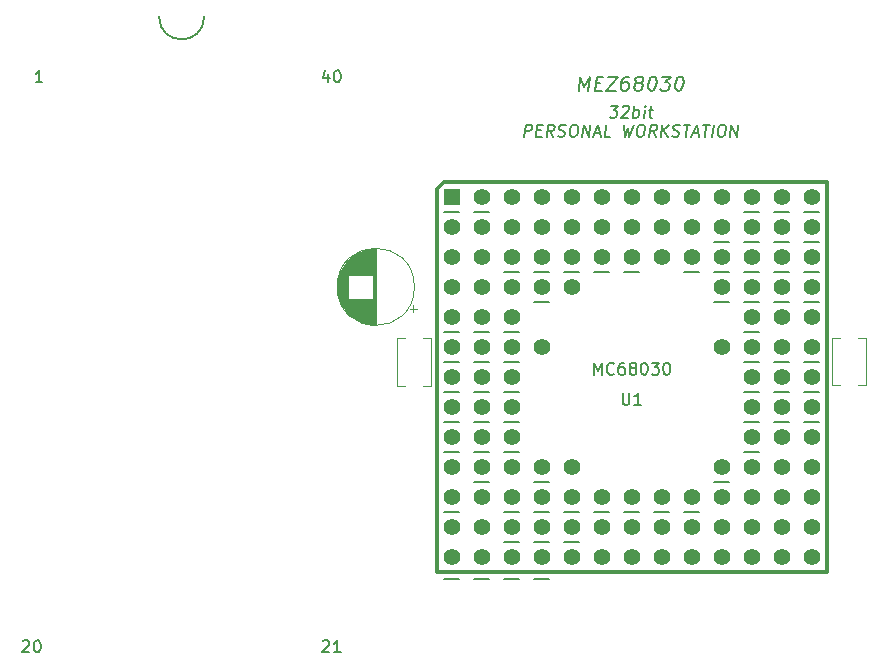
<source format=gto>
G04 #@! TF.GenerationSoftware,KiCad,Pcbnew,(6.0.10-0)*
G04 #@! TF.CreationDate,2022-12-27T17:00:43+09:00*
G04 #@! TF.ProjectId,MEZ68030,4d455a36-3830-4333-902e-6b696361645f,A*
G04 #@! TF.SameCoordinates,PX5f5e100PY8f0d180*
G04 #@! TF.FileFunction,Legend,Top*
G04 #@! TF.FilePolarity,Positive*
%FSLAX46Y46*%
G04 Gerber Fmt 4.6, Leading zero omitted, Abs format (unit mm)*
G04 Created by KiCad (PCBNEW (6.0.10-0)) date 2022-12-27 17:00:43*
%MOMM*%
%LPD*%
G01*
G04 APERTURE LIST*
%ADD10C,0.150000*%
%ADD11C,0.200000*%
%ADD12C,0.203200*%
%ADD13C,0.304800*%
%ADD14C,0.120000*%
%ADD15R,1.397000X1.397000*%
%ADD16C,1.397000*%
G04 APERTURE END LIST*
D10*
X46355000Y13335000D02*
X47625000Y13335000D01*
X41275000Y26035000D02*
X42545000Y26035000D01*
X38735000Y10160000D02*
X40005000Y10160000D01*
X36195000Y20955000D02*
X37465000Y20955000D01*
X66675000Y41275000D02*
X67945000Y41275000D01*
X61595000Y28575000D02*
X62865000Y28575000D01*
X64135000Y38735000D02*
X65405000Y38735000D01*
X61595000Y38735000D02*
X62865000Y38735000D01*
X41275000Y23495000D02*
X42545000Y23495000D01*
X41275000Y13335000D02*
X42545000Y13335000D01*
X61595000Y33655000D02*
X62865000Y33655000D01*
X46355000Y15875000D02*
X47625000Y15875000D01*
X66675000Y23495000D02*
X67945000Y23495000D01*
X36195000Y26035000D02*
X37465000Y26035000D01*
X59055000Y18415000D02*
X60325000Y18415000D01*
X59032798Y36221786D02*
X60302798Y36221786D01*
X66675000Y28575000D02*
X67945000Y28575000D01*
X41275000Y28575000D02*
X42545000Y28575000D01*
X43815000Y13335000D02*
X45085000Y13335000D01*
X46355000Y36195000D02*
X47625000Y36195000D01*
X41275000Y15875000D02*
X42545000Y15875000D01*
X38735000Y20955000D02*
X40005000Y20955000D01*
X61595000Y23495000D02*
X62865000Y23495000D01*
X61595000Y20955000D02*
X62865000Y20955000D01*
X38735000Y23495000D02*
X40005000Y23495000D01*
X36195000Y23495000D02*
X37465000Y23495000D01*
X59055000Y38735000D02*
X60325000Y38735000D01*
X36195000Y15875000D02*
X37465000Y15875000D01*
X38735000Y31115000D02*
X40005000Y31115000D01*
X48895000Y36195000D02*
X50165000Y36195000D01*
X66675000Y26035000D02*
X67945000Y26035000D01*
X36195000Y31115000D02*
X37465000Y31115000D01*
X36195000Y10160000D02*
X37465000Y10160000D01*
X66675000Y38735000D02*
X67945000Y38735000D01*
X41275000Y10160000D02*
X42545000Y10160000D01*
X38735000Y28575000D02*
X40005000Y28575000D01*
X53975000Y15875000D02*
X55245000Y15875000D01*
X36195000Y41275000D02*
X37465000Y41275000D01*
X59055000Y33655000D02*
X60325000Y33655000D01*
X61595000Y41275000D02*
X62865000Y41275000D01*
X36195000Y26035000D02*
X37465000Y26035000D01*
X61595000Y36221786D02*
X62865000Y36221786D01*
X64135000Y23495000D02*
X65405000Y23495000D01*
X48895000Y15875000D02*
X50165000Y15875000D01*
X64135000Y41275000D02*
X65405000Y41275000D01*
X61595000Y26035000D02*
X62865000Y26035000D01*
X41275000Y36195000D02*
X42545000Y36195000D01*
X38735000Y26035000D02*
X40005000Y26035000D01*
X64135000Y33655000D02*
X65405000Y33655000D01*
X51435000Y36195000D02*
X52705000Y36195000D01*
X43815000Y15875000D02*
X45085000Y15875000D01*
X56515000Y36195000D02*
X57785000Y36195000D01*
X66675000Y36221786D02*
X67945000Y36221786D01*
X66675000Y33655000D02*
X67945000Y33655000D01*
X43815000Y33655000D02*
X45085000Y33655000D01*
X43815000Y36195000D02*
X45085000Y36195000D01*
X64135000Y28575000D02*
X65405000Y28575000D01*
X51435000Y15875000D02*
X52705000Y15875000D01*
X36195000Y26035000D02*
X37465000Y26035000D01*
X38735000Y18415000D02*
X40005000Y18415000D01*
X64135000Y26035000D02*
X65405000Y26035000D01*
X41275000Y20955000D02*
X42545000Y20955000D01*
X38735000Y41275000D02*
X40005000Y41275000D01*
X43815000Y18415000D02*
X45085000Y18415000D01*
X64135000Y36221786D02*
X65405000Y36221786D01*
X36195000Y28575000D02*
X37465000Y28575000D01*
X41275000Y31115000D02*
X42545000Y31115000D01*
X56515000Y15875000D02*
X57785000Y15875000D01*
X61595000Y31115000D02*
X62865000Y31115000D01*
X12065000Y57785000D02*
G75*
G03*
X15875000Y57785000I1905000J0D01*
G01*
X43815000Y10160000D02*
X45085000Y10160000D01*
X508095Y4897381D02*
X555714Y4945000D01*
X650952Y4992620D01*
X889047Y4992620D01*
X984285Y4945000D01*
X1031904Y4897381D01*
X1079523Y4802143D01*
X1079523Y4706905D01*
X1031904Y4564048D01*
X460476Y3992620D01*
X1079523Y3992620D01*
X1698571Y4992620D02*
X1793809Y4992620D01*
X1889047Y4945000D01*
X1936666Y4897381D01*
X1984285Y4802143D01*
X2031904Y4611667D01*
X2031904Y4373572D01*
X1984285Y4183096D01*
X1936666Y4087858D01*
X1889047Y4040239D01*
X1793809Y3992620D01*
X1698571Y3992620D01*
X1603333Y4040239D01*
X1555714Y4087858D01*
X1508095Y4183096D01*
X1460476Y4373572D01*
X1460476Y4611667D01*
X1508095Y4802143D01*
X1555714Y4897381D01*
X1603333Y4945000D01*
X1698571Y4992620D01*
X26384285Y52919286D02*
X26384285Y52252620D01*
X26146190Y53300239D02*
X25908095Y52585953D01*
X26527142Y52585953D01*
X27098571Y53252620D02*
X27193809Y53252620D01*
X27289047Y53205000D01*
X27336666Y53157381D01*
X27384285Y53062143D01*
X27431904Y52871667D01*
X27431904Y52633572D01*
X27384285Y52443096D01*
X27336666Y52347858D01*
X27289047Y52300239D01*
X27193809Y52252620D01*
X27098571Y52252620D01*
X27003333Y52300239D01*
X26955714Y52347858D01*
X26908095Y52443096D01*
X26860476Y52633572D01*
X26860476Y52871667D01*
X26908095Y53062143D01*
X26955714Y53157381D01*
X27003333Y53205000D01*
X27098571Y53252620D01*
X25908095Y4897381D02*
X25955714Y4945000D01*
X26050952Y4992620D01*
X26289047Y4992620D01*
X26384285Y4945000D01*
X26431904Y4897381D01*
X26479523Y4802143D01*
X26479523Y4706905D01*
X26431904Y4564048D01*
X25860476Y3992620D01*
X26479523Y3992620D01*
X27431904Y3992620D02*
X26860476Y3992620D01*
X27146190Y3992620D02*
X27146190Y4992620D01*
X27050952Y4849762D01*
X26955714Y4754524D01*
X26860476Y4706905D01*
D11*
X47584964Y51527143D02*
X47734964Y52727143D01*
X48027821Y51870000D01*
X48534964Y52727143D01*
X48384964Y51527143D01*
X49034964Y52155715D02*
X49434964Y52155715D01*
X49527821Y51527143D02*
X48956392Y51527143D01*
X49106392Y52727143D01*
X49677821Y52727143D01*
X50077821Y52727143D02*
X50877821Y52727143D01*
X49927821Y51527143D01*
X50727821Y51527143D01*
X51849250Y52727143D02*
X51620678Y52727143D01*
X51499250Y52670000D01*
X51434964Y52612858D01*
X51299250Y52441429D01*
X51213535Y52212858D01*
X51156392Y51755715D01*
X51199250Y51641429D01*
X51249250Y51584286D01*
X51356392Y51527143D01*
X51584964Y51527143D01*
X51706392Y51584286D01*
X51770678Y51641429D01*
X51842107Y51755715D01*
X51877821Y52041429D01*
X51834964Y52155715D01*
X51784964Y52212858D01*
X51677821Y52270000D01*
X51449250Y52270000D01*
X51327821Y52212858D01*
X51263535Y52155715D01*
X51192107Y52041429D01*
X52584964Y52212858D02*
X52477821Y52270000D01*
X52427821Y52327143D01*
X52384964Y52441429D01*
X52392107Y52498572D01*
X52463535Y52612858D01*
X52527821Y52670000D01*
X52649250Y52727143D01*
X52877821Y52727143D01*
X52984964Y52670000D01*
X53034964Y52612858D01*
X53077821Y52498572D01*
X53070678Y52441429D01*
X52999250Y52327143D01*
X52934964Y52270000D01*
X52813535Y52212858D01*
X52584964Y52212858D01*
X52463535Y52155715D01*
X52399250Y52098572D01*
X52327821Y51984286D01*
X52299250Y51755715D01*
X52342107Y51641429D01*
X52392107Y51584286D01*
X52499250Y51527143D01*
X52727821Y51527143D01*
X52849250Y51584286D01*
X52913535Y51641429D01*
X52984964Y51755715D01*
X53013535Y51984286D01*
X52970678Y52098572D01*
X52920678Y52155715D01*
X52813535Y52212858D01*
X53849250Y52727143D02*
X53963535Y52727143D01*
X54070678Y52670000D01*
X54120678Y52612858D01*
X54163535Y52498572D01*
X54192107Y52270000D01*
X54156392Y51984286D01*
X54070678Y51755715D01*
X53999250Y51641429D01*
X53934964Y51584286D01*
X53813535Y51527143D01*
X53699250Y51527143D01*
X53592107Y51584286D01*
X53542107Y51641429D01*
X53499250Y51755715D01*
X53470678Y51984286D01*
X53506392Y52270000D01*
X53592107Y52498572D01*
X53663535Y52612858D01*
X53727821Y52670000D01*
X53849250Y52727143D01*
X54649250Y52727143D02*
X55392107Y52727143D01*
X54934964Y52270000D01*
X55106392Y52270000D01*
X55213535Y52212858D01*
X55263535Y52155715D01*
X55306392Y52041429D01*
X55270678Y51755715D01*
X55199250Y51641429D01*
X55134964Y51584286D01*
X55013535Y51527143D01*
X54670678Y51527143D01*
X54563535Y51584286D01*
X54513535Y51641429D01*
X56134964Y52727143D02*
X56249250Y52727143D01*
X56356392Y52670000D01*
X56406392Y52612858D01*
X56449250Y52498572D01*
X56477821Y52270000D01*
X56442107Y51984286D01*
X56356392Y51755715D01*
X56284964Y51641429D01*
X56220678Y51584286D01*
X56099250Y51527143D01*
X55984964Y51527143D01*
X55877821Y51584286D01*
X55827821Y51641429D01*
X55784964Y51755715D01*
X55756392Y51984286D01*
X55792107Y52270000D01*
X55877821Y52498572D01*
X55949250Y52612858D01*
X56013535Y52670000D01*
X56134964Y52727143D01*
D10*
X48855714Y27487620D02*
X48855714Y28487620D01*
X49189047Y27773334D01*
X49522380Y28487620D01*
X49522380Y27487620D01*
X50570000Y27582858D02*
X50522380Y27535239D01*
X50379523Y27487620D01*
X50284285Y27487620D01*
X50141428Y27535239D01*
X50046190Y27630477D01*
X49998571Y27725715D01*
X49950952Y27916191D01*
X49950952Y28059048D01*
X49998571Y28249524D01*
X50046190Y28344762D01*
X50141428Y28440000D01*
X50284285Y28487620D01*
X50379523Y28487620D01*
X50522380Y28440000D01*
X50570000Y28392381D01*
X51427142Y28487620D02*
X51236666Y28487620D01*
X51141428Y28440000D01*
X51093809Y28392381D01*
X50998571Y28249524D01*
X50950952Y28059048D01*
X50950952Y27678096D01*
X50998571Y27582858D01*
X51046190Y27535239D01*
X51141428Y27487620D01*
X51331904Y27487620D01*
X51427142Y27535239D01*
X51474761Y27582858D01*
X51522380Y27678096D01*
X51522380Y27916191D01*
X51474761Y28011429D01*
X51427142Y28059048D01*
X51331904Y28106667D01*
X51141428Y28106667D01*
X51046190Y28059048D01*
X50998571Y28011429D01*
X50950952Y27916191D01*
X52093809Y28059048D02*
X51998571Y28106667D01*
X51950952Y28154286D01*
X51903333Y28249524D01*
X51903333Y28297143D01*
X51950952Y28392381D01*
X51998571Y28440000D01*
X52093809Y28487620D01*
X52284285Y28487620D01*
X52379523Y28440000D01*
X52427142Y28392381D01*
X52474761Y28297143D01*
X52474761Y28249524D01*
X52427142Y28154286D01*
X52379523Y28106667D01*
X52284285Y28059048D01*
X52093809Y28059048D01*
X51998571Y28011429D01*
X51950952Y27963810D01*
X51903333Y27868572D01*
X51903333Y27678096D01*
X51950952Y27582858D01*
X51998571Y27535239D01*
X52093809Y27487620D01*
X52284285Y27487620D01*
X52379523Y27535239D01*
X52427142Y27582858D01*
X52474761Y27678096D01*
X52474761Y27868572D01*
X52427142Y27963810D01*
X52379523Y28011429D01*
X52284285Y28059048D01*
X53093809Y28487620D02*
X53189047Y28487620D01*
X53284285Y28440000D01*
X53331904Y28392381D01*
X53379523Y28297143D01*
X53427142Y28106667D01*
X53427142Y27868572D01*
X53379523Y27678096D01*
X53331904Y27582858D01*
X53284285Y27535239D01*
X53189047Y27487620D01*
X53093809Y27487620D01*
X52998571Y27535239D01*
X52950952Y27582858D01*
X52903333Y27678096D01*
X52855714Y27868572D01*
X52855714Y28106667D01*
X52903333Y28297143D01*
X52950952Y28392381D01*
X52998571Y28440000D01*
X53093809Y28487620D01*
X53760476Y28487620D02*
X54379523Y28487620D01*
X54046190Y28106667D01*
X54189047Y28106667D01*
X54284285Y28059048D01*
X54331904Y28011429D01*
X54379523Y27916191D01*
X54379523Y27678096D01*
X54331904Y27582858D01*
X54284285Y27535239D01*
X54189047Y27487620D01*
X53903333Y27487620D01*
X53808095Y27535239D01*
X53760476Y27582858D01*
X54998571Y28487620D02*
X55093809Y28487620D01*
X55189047Y28440000D01*
X55236666Y28392381D01*
X55284285Y28297143D01*
X55331904Y28106667D01*
X55331904Y27868572D01*
X55284285Y27678096D01*
X55236666Y27582858D01*
X55189047Y27535239D01*
X55093809Y27487620D01*
X54998571Y27487620D01*
X54903333Y27535239D01*
X54855714Y27582858D01*
X54808095Y27678096D01*
X54760476Y27868572D01*
X54760476Y28106667D01*
X54808095Y28297143D01*
X54855714Y28392381D01*
X54903333Y28440000D01*
X54998571Y28487620D01*
X2190714Y52252620D02*
X1619285Y52252620D01*
X1905000Y52252620D02*
X1905000Y53252620D01*
X1809761Y53109762D01*
X1714523Y53014524D01*
X1619285Y52966905D01*
X50314613Y50247620D02*
X50933660Y50247620D01*
X50552708Y49866667D01*
X50695565Y49866667D01*
X50784851Y49819048D01*
X50826517Y49771429D01*
X50862232Y49676191D01*
X50832470Y49438096D01*
X50772946Y49342858D01*
X50719375Y49295239D01*
X50618184Y49247620D01*
X50332470Y49247620D01*
X50243184Y49295239D01*
X50201517Y49342858D01*
X51302708Y50152381D02*
X51356279Y50200000D01*
X51457470Y50247620D01*
X51695565Y50247620D01*
X51784851Y50200000D01*
X51826517Y50152381D01*
X51862232Y50057143D01*
X51850327Y49961905D01*
X51784851Y49819048D01*
X51141994Y49247620D01*
X51761041Y49247620D01*
X52189613Y49247620D02*
X52314613Y50247620D01*
X52266994Y49866667D02*
X52368184Y49914286D01*
X52558660Y49914286D01*
X52647946Y49866667D01*
X52689613Y49819048D01*
X52725327Y49723810D01*
X52689613Y49438096D01*
X52630089Y49342858D01*
X52576517Y49295239D01*
X52475327Y49247620D01*
X52284851Y49247620D01*
X52195565Y49295239D01*
X53094375Y49247620D02*
X53177708Y49914286D01*
X53219375Y50247620D02*
X53165803Y50200000D01*
X53207470Y50152381D01*
X53261041Y50200000D01*
X53219375Y50247620D01*
X53207470Y50152381D01*
X53511041Y49914286D02*
X53891994Y49914286D01*
X53695565Y50247620D02*
X53588422Y49390477D01*
X53624136Y49295239D01*
X53713422Y49247620D01*
X53808660Y49247620D01*
X42975327Y47637620D02*
X43100327Y48637620D01*
X43481279Y48637620D01*
X43570565Y48590000D01*
X43612232Y48542381D01*
X43647946Y48447143D01*
X43630089Y48304286D01*
X43570565Y48209048D01*
X43516994Y48161429D01*
X43415803Y48113810D01*
X43034851Y48113810D01*
X44040803Y48161429D02*
X44374136Y48161429D01*
X44451517Y47637620D02*
X43975327Y47637620D01*
X44100327Y48637620D01*
X44576517Y48637620D01*
X45451517Y47637620D02*
X45177708Y48113810D01*
X44880089Y47637620D02*
X45005089Y48637620D01*
X45386041Y48637620D01*
X45475327Y48590000D01*
X45516994Y48542381D01*
X45552708Y48447143D01*
X45534851Y48304286D01*
X45475327Y48209048D01*
X45421755Y48161429D01*
X45320565Y48113810D01*
X44939613Y48113810D01*
X45838422Y47685239D02*
X45975327Y47637620D01*
X46213422Y47637620D01*
X46314613Y47685239D01*
X46368184Y47732858D01*
X46427708Y47828096D01*
X46439613Y47923334D01*
X46403898Y48018572D01*
X46362232Y48066191D01*
X46272946Y48113810D01*
X46088422Y48161429D01*
X45999136Y48209048D01*
X45957470Y48256667D01*
X45921755Y48351905D01*
X45933660Y48447143D01*
X45993184Y48542381D01*
X46046755Y48590000D01*
X46147946Y48637620D01*
X46386041Y48637620D01*
X46522946Y48590000D01*
X47147946Y48637620D02*
X47338422Y48637620D01*
X47427708Y48590000D01*
X47511041Y48494762D01*
X47534851Y48304286D01*
X47493184Y47970953D01*
X47421755Y47780477D01*
X47314613Y47685239D01*
X47213422Y47637620D01*
X47022946Y47637620D01*
X46933660Y47685239D01*
X46850327Y47780477D01*
X46826517Y47970953D01*
X46868184Y48304286D01*
X46939613Y48494762D01*
X47046755Y48590000D01*
X47147946Y48637620D01*
X47880089Y47637620D02*
X48005089Y48637620D01*
X48451517Y47637620D01*
X48576517Y48637620D01*
X48915803Y47923334D02*
X49391994Y47923334D01*
X48784851Y47637620D02*
X49243184Y48637620D01*
X49451517Y47637620D01*
X50261041Y47637620D02*
X49784851Y47637620D01*
X49909851Y48637620D01*
X51386041Y48637620D02*
X51499136Y47637620D01*
X51778898Y48351905D01*
X51880089Y47637620D01*
X52243184Y48637620D01*
X52814613Y48637620D02*
X53005089Y48637620D01*
X53094375Y48590000D01*
X53177708Y48494762D01*
X53201517Y48304286D01*
X53159851Y47970953D01*
X53088422Y47780477D01*
X52981279Y47685239D01*
X52880089Y47637620D01*
X52689613Y47637620D01*
X52600327Y47685239D01*
X52516994Y47780477D01*
X52493184Y47970953D01*
X52534851Y48304286D01*
X52606279Y48494762D01*
X52713422Y48590000D01*
X52814613Y48637620D01*
X54118184Y47637620D02*
X53844375Y48113810D01*
X53546755Y47637620D02*
X53671755Y48637620D01*
X54052708Y48637620D01*
X54141994Y48590000D01*
X54183660Y48542381D01*
X54219375Y48447143D01*
X54201517Y48304286D01*
X54141994Y48209048D01*
X54088422Y48161429D01*
X53987232Y48113810D01*
X53606279Y48113810D01*
X54546755Y47637620D02*
X54671755Y48637620D01*
X55118184Y47637620D02*
X54761041Y48209048D01*
X55243184Y48637620D02*
X54600327Y48066191D01*
X55505089Y47685239D02*
X55641994Y47637620D01*
X55880089Y47637620D01*
X55981279Y47685239D01*
X56034851Y47732858D01*
X56094375Y47828096D01*
X56106279Y47923334D01*
X56070565Y48018572D01*
X56028898Y48066191D01*
X55939613Y48113810D01*
X55755089Y48161429D01*
X55665803Y48209048D01*
X55624136Y48256667D01*
X55588422Y48351905D01*
X55600327Y48447143D01*
X55659851Y48542381D01*
X55713422Y48590000D01*
X55814613Y48637620D01*
X56052708Y48637620D01*
X56189613Y48590000D01*
X56481279Y48637620D02*
X57052708Y48637620D01*
X56641994Y47637620D02*
X56766994Y48637620D01*
X57249136Y47923334D02*
X57725327Y47923334D01*
X57118184Y47637620D02*
X57576517Y48637620D01*
X57784851Y47637620D01*
X58100327Y48637620D02*
X58671755Y48637620D01*
X58261041Y47637620D02*
X58386041Y48637620D01*
X58880089Y47637620D02*
X59005089Y48637620D01*
X59671755Y48637620D02*
X59862232Y48637620D01*
X59951517Y48590000D01*
X60034851Y48494762D01*
X60058660Y48304286D01*
X60016994Y47970953D01*
X59945565Y47780477D01*
X59838422Y47685239D01*
X59737232Y47637620D01*
X59546755Y47637620D01*
X59457470Y47685239D01*
X59374136Y47780477D01*
X59350327Y47970953D01*
X59391994Y48304286D01*
X59463422Y48494762D01*
X59570565Y48590000D01*
X59671755Y48637620D01*
X60403898Y47637620D02*
X60528898Y48637620D01*
X60975327Y47637620D01*
X61100327Y48637620D01*
D12*
X51308095Y25947620D02*
X51308095Y25138096D01*
X51355714Y25042858D01*
X51403333Y24995239D01*
X51498571Y24947620D01*
X51689047Y24947620D01*
X51784285Y24995239D01*
X51831904Y25042858D01*
X51879523Y25138096D01*
X51879523Y25947620D01*
X52879523Y24947620D02*
X52308095Y24947620D01*
X52593809Y24947620D02*
X52593809Y25947620D01*
X52498571Y25804762D01*
X52403333Y25709524D01*
X52308095Y25661905D01*
D13*
X35560000Y42545000D02*
X35560000Y43180000D01*
X35560000Y42545000D02*
X35560000Y10795000D01*
X35560000Y43180000D02*
X36195000Y43815000D01*
X68580000Y10795000D02*
X68580000Y43815000D01*
X36195000Y43815000D02*
X36830000Y43815000D01*
X68580000Y43815000D02*
X36830000Y43815000D01*
X35560000Y10795000D02*
X68580000Y10795000D01*
D14*
X30332380Y31695000D02*
X30332380Y38155000D01*
X29852380Y31743000D02*
X29852380Y33885000D01*
X28571380Y35965000D02*
X28571380Y37589000D01*
X29732380Y35965000D02*
X29732380Y38084000D01*
X28371380Y35965000D02*
X28371380Y37441000D01*
X27291380Y33985000D02*
X27291380Y35865000D01*
X30012380Y35965000D02*
X30012380Y38131000D01*
X29011380Y35965000D02*
X29011380Y37841000D01*
X29892380Y31736000D02*
X29892380Y33885000D01*
X28491380Y32318000D02*
X28491380Y33885000D01*
X28291380Y32475000D02*
X28291380Y33885000D01*
X30012380Y31719000D02*
X30012380Y33885000D01*
X29651380Y31784000D02*
X29651380Y33885000D01*
X28531380Y32289000D02*
X28531380Y33885000D01*
X29531380Y31815000D02*
X29531380Y33885000D01*
X27491380Y33493000D02*
X27491380Y36357000D01*
X27891380Y32881000D02*
X27891380Y36969000D01*
X28891380Y35965000D02*
X28891380Y37781000D01*
X29411380Y35965000D02*
X29411380Y37999000D01*
X29812380Y31750000D02*
X29812380Y33885000D01*
X27331380Y33866000D02*
X27331380Y35984000D01*
X28651380Y35965000D02*
X28651380Y37641000D01*
X30252380Y31698000D02*
X30252380Y38152000D01*
X29491380Y35965000D02*
X29491380Y38023000D01*
X29251380Y31907000D02*
X29251380Y33885000D01*
X28931380Y32049000D02*
X28931380Y33885000D01*
X28971380Y35965000D02*
X28971380Y37821000D01*
X30052380Y31714000D02*
X30052380Y33885000D01*
X29211380Y35965000D02*
X29211380Y37927000D01*
X28051380Y32701000D02*
X28051380Y37149000D01*
X28251380Y35965000D02*
X28251380Y37341000D01*
X29411380Y31851000D02*
X29411380Y33885000D01*
X30412380Y31695000D02*
X30412380Y38155000D01*
X30092380Y31710000D02*
X30092380Y33885000D01*
X29531380Y35965000D02*
X29531380Y38035000D01*
X27771380Y33035000D02*
X27771380Y36815000D01*
X28571380Y32261000D02*
X28571380Y33885000D01*
X27531380Y33416000D02*
X27531380Y36434000D01*
X29611380Y35965000D02*
X29611380Y38056000D01*
X27851380Y32930000D02*
X27851380Y36920000D01*
X27731380Y33091000D02*
X27731380Y36759000D01*
X29892380Y35965000D02*
X29892380Y38114000D01*
X29651380Y35965000D02*
X29651380Y38066000D01*
X33597621Y32771000D02*
X33597621Y33401000D01*
X30172380Y35965000D02*
X30172380Y38147000D01*
X29091380Y31973000D02*
X29091380Y33885000D01*
X29691380Y35965000D02*
X29691380Y38075000D01*
X28771380Y35965000D02*
X28771380Y37715000D01*
X28451380Y35965000D02*
X28451380Y37503000D01*
X29611380Y31794000D02*
X29611380Y33885000D01*
X30212380Y31701000D02*
X30212380Y38149000D01*
X27971380Y32788000D02*
X27971380Y37062000D01*
X29051380Y35965000D02*
X29051380Y37859000D01*
X29491380Y31827000D02*
X29491380Y33885000D01*
X29331380Y35965000D02*
X29331380Y37972000D01*
X27251380Y34123000D02*
X27251380Y35727000D01*
X27691380Y33149000D02*
X27691380Y36701000D01*
X28931380Y35965000D02*
X28931380Y37801000D01*
X28131380Y35965000D02*
X28131380Y37230000D01*
X29291380Y35965000D02*
X29291380Y37958000D01*
X29371380Y35965000D02*
X29371380Y37986000D01*
X29131380Y35965000D02*
X29131380Y37895000D01*
X28171380Y35965000D02*
X28171380Y37268000D01*
X28811380Y35965000D02*
X28811380Y37737000D01*
X28011380Y32743000D02*
X28011380Y37107000D01*
X28451380Y32347000D02*
X28451380Y33885000D01*
X28811380Y32113000D02*
X28811380Y33885000D01*
X28331380Y35965000D02*
X28331380Y37409000D01*
X28331380Y32441000D02*
X28331380Y33885000D01*
X28171380Y32582000D02*
X28171380Y33885000D01*
X28731380Y32159000D02*
X28731380Y33885000D01*
X30372380Y31695000D02*
X30372380Y38155000D01*
X29251380Y35965000D02*
X29251380Y37943000D01*
X30092380Y35965000D02*
X30092380Y38140000D01*
X28851380Y32091000D02*
X28851380Y33885000D01*
X29812380Y35965000D02*
X29812380Y38100000D01*
X28211380Y32545000D02*
X28211380Y33885000D01*
X29011380Y32009000D02*
X29011380Y33885000D01*
X28411380Y35965000D02*
X28411380Y37473000D01*
X29171380Y35965000D02*
X29171380Y37911000D01*
X27571380Y33344000D02*
X27571380Y36506000D01*
X28691380Y35965000D02*
X28691380Y37667000D01*
X28291380Y35965000D02*
X28291380Y37375000D01*
X29571380Y35965000D02*
X29571380Y38046000D01*
X29691380Y31775000D02*
X29691380Y33885000D01*
X29772380Y31758000D02*
X29772380Y33885000D01*
X29451380Y31839000D02*
X29451380Y33885000D01*
X29451380Y35965000D02*
X29451380Y38011000D01*
X29772380Y35965000D02*
X29772380Y38092000D01*
X29091380Y35965000D02*
X29091380Y37877000D01*
X27931380Y32833000D02*
X27931380Y37017000D01*
X29852380Y35965000D02*
X29852380Y38107000D01*
X27211380Y34292000D02*
X27211380Y35558000D01*
X28611380Y32235000D02*
X28611380Y33885000D01*
X28371380Y32409000D02*
X28371380Y33885000D01*
X28131380Y32620000D02*
X28131380Y33885000D01*
X29932380Y35965000D02*
X29932380Y38120000D01*
X27611380Y33275000D02*
X27611380Y36575000D01*
X33912621Y33086000D02*
X33282621Y33086000D01*
X29331380Y31878000D02*
X29331380Y33885000D01*
X28891380Y32069000D02*
X28891380Y33885000D01*
X28691380Y32183000D02*
X28691380Y33885000D01*
X30292380Y31697000D02*
X30292380Y38153000D01*
X28251380Y32509000D02*
X28251380Y33885000D01*
X30132380Y35965000D02*
X30132380Y38143000D01*
X29932380Y31730000D02*
X29932380Y33885000D01*
X28971380Y32029000D02*
X28971380Y33885000D01*
X28851380Y35965000D02*
X28851380Y37759000D01*
X28651380Y32209000D02*
X28651380Y33885000D01*
X30172380Y31703000D02*
X30172380Y33885000D01*
X27171380Y34523000D02*
X27171380Y35327000D01*
X27411380Y33663000D02*
X27411380Y36187000D01*
X29371380Y31864000D02*
X29371380Y33885000D01*
X29732380Y31766000D02*
X29732380Y33885000D01*
X29131380Y31955000D02*
X29131380Y33885000D01*
X27371380Y33760000D02*
X27371380Y36090000D01*
X28771380Y32135000D02*
X28771380Y33885000D01*
X28411380Y32377000D02*
X28411380Y33885000D01*
X29211380Y31923000D02*
X29211380Y33885000D01*
X29051380Y31991000D02*
X29051380Y33885000D01*
X27651380Y33211000D02*
X27651380Y36639000D01*
X28491380Y35965000D02*
X28491380Y37532000D01*
X27811380Y32981000D02*
X27811380Y36869000D01*
X28091380Y32660000D02*
X28091380Y37190000D01*
X29972380Y35965000D02*
X29972380Y38126000D01*
X29972380Y31724000D02*
X29972380Y33885000D01*
X30132380Y31707000D02*
X30132380Y33885000D01*
X28211380Y35965000D02*
X28211380Y37305000D01*
X30052380Y35965000D02*
X30052380Y38136000D01*
X28611380Y35965000D02*
X28611380Y37615000D01*
X28531380Y35965000D02*
X28531380Y37561000D01*
X28731380Y35965000D02*
X28731380Y37691000D01*
X29571380Y31804000D02*
X29571380Y33885000D01*
X29171380Y31939000D02*
X29171380Y33885000D01*
X29291380Y31892000D02*
X29291380Y33885000D01*
X27451380Y33575000D02*
X27451380Y36275000D01*
X33682380Y34925000D02*
G75*
G03*
X33682380Y34925000I-3270000J0D01*
G01*
X71905000Y26575000D02*
X71280000Y26575000D01*
X69065000Y30615000D02*
X69065000Y26575000D01*
X71905000Y30615000D02*
X71905000Y26575000D01*
X69690000Y26575000D02*
X69065000Y26575000D01*
X69690000Y30615000D02*
X69065000Y30615000D01*
X71905000Y30615000D02*
X71280000Y30615000D01*
X35075000Y26555000D02*
X34450000Y26555000D01*
X35075000Y30595000D02*
X35075000Y26555000D01*
X35075000Y30595000D02*
X34450000Y30595000D01*
X32860000Y26555000D02*
X32235000Y26555000D01*
X32860000Y30595000D02*
X32235000Y30595000D01*
X32235000Y30595000D02*
X32235000Y26555000D01*
D15*
X36830000Y42545000D03*
D16*
X39370000Y42545000D03*
X41910000Y42545000D03*
X44450000Y42545000D03*
X46990000Y42545000D03*
X49530000Y42545000D03*
X52070000Y42545000D03*
X54610000Y42545000D03*
X57150000Y42545000D03*
X59690000Y42545000D03*
X62230000Y42545000D03*
X64770000Y42545000D03*
X67310000Y42545000D03*
X36830000Y40005000D03*
X39370000Y40005000D03*
X41910000Y40005000D03*
X44450000Y40005000D03*
X46990000Y40005000D03*
X49530000Y40005000D03*
X52070000Y40005000D03*
X54610000Y40005000D03*
X57150000Y40005000D03*
X59690000Y40005000D03*
X62230000Y40005000D03*
X64770000Y40005000D03*
X67310000Y40005000D03*
X36830000Y37465000D03*
X39370000Y37465000D03*
X41910000Y37465000D03*
X44450000Y37465000D03*
X46990000Y37465000D03*
X49530000Y37465000D03*
X52070000Y37465000D03*
X54610000Y37465000D03*
X57150000Y37465000D03*
X59690000Y37465000D03*
X62230000Y37465000D03*
X64770000Y37465000D03*
X67310000Y37465000D03*
X36830000Y34925000D03*
X39370000Y34925000D03*
X41910000Y34925000D03*
X44450000Y34925000D03*
X46990000Y34925000D03*
X59690000Y34925000D03*
X62230000Y34925000D03*
X64770000Y34925000D03*
X67310000Y34925000D03*
X36830000Y32385000D03*
X39370000Y32385000D03*
X41910000Y32385000D03*
X62230000Y32385000D03*
X64770000Y32385000D03*
X67310000Y32385000D03*
X36830000Y29845000D03*
X39370000Y29845000D03*
X41910000Y29845000D03*
X44450000Y29845000D03*
X59690000Y29845000D03*
X62230000Y29845000D03*
X64770000Y29845000D03*
X67310000Y29845000D03*
X36830000Y27305000D03*
X39370000Y27305000D03*
X41910000Y27305000D03*
X62230000Y27305000D03*
X64770000Y27305000D03*
X67310000Y27305000D03*
X36830000Y24765000D03*
X39370000Y24765000D03*
X41910000Y24765000D03*
X62230000Y24765000D03*
X64770000Y24765000D03*
X67310000Y24765000D03*
X36830000Y22225000D03*
X39370000Y22225000D03*
X41910000Y22225000D03*
X62230000Y22225000D03*
X64770000Y22225000D03*
X67310000Y22225000D03*
X36830000Y19685000D03*
X39370000Y19685000D03*
X41910000Y19685000D03*
X44450000Y19685000D03*
X46990000Y19685000D03*
X59690000Y19685000D03*
X62230000Y19685000D03*
X64770000Y19685000D03*
X67310000Y19685000D03*
X36830000Y17145000D03*
X39370000Y17145000D03*
X41910000Y17145000D03*
X44450000Y17145000D03*
X46990000Y17145000D03*
X49530000Y17145000D03*
X52070000Y17145000D03*
X54610000Y17145000D03*
X57150000Y17145000D03*
X59690000Y17145000D03*
X62230000Y17145000D03*
X64770000Y17145000D03*
X67310000Y17145000D03*
X36830000Y14605000D03*
X39370000Y14605000D03*
X41910000Y14605000D03*
X44450000Y14605000D03*
X46990000Y14605000D03*
X49530000Y14605000D03*
X52070000Y14605000D03*
X54610000Y14605000D03*
X57150000Y14605000D03*
X59690000Y14605000D03*
X62230000Y14605000D03*
X64770000Y14605000D03*
X67310000Y14605000D03*
X36830000Y12065000D03*
X39370000Y12065000D03*
X41910000Y12065000D03*
X44450000Y12065000D03*
X46990000Y12065000D03*
X49530000Y12065000D03*
X52070000Y12065000D03*
X54610000Y12065000D03*
X57150000Y12065000D03*
X59690000Y12065000D03*
X62230000Y12065000D03*
X64770000Y12065000D03*
X67310000Y12065000D03*
M02*

</source>
